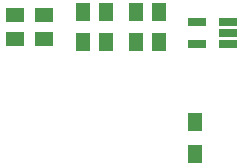
<source format=gbr>
G04 #@! TF.GenerationSoftware,KiCad,Pcbnew,(5.1.6-0-10_14)*
G04 #@! TF.CreationDate,2020-06-02T19:40:10-04:00*
G04 #@! TF.ProjectId,PMW3360_Adapter,504d5733-3336-4305-9f41-646170746572,rev?*
G04 #@! TF.SameCoordinates,Original*
G04 #@! TF.FileFunction,Paste,Top*
G04 #@! TF.FilePolarity,Positive*
%FSLAX46Y46*%
G04 Gerber Fmt 4.6, Leading zero omitted, Abs format (unit mm)*
G04 Created by KiCad (PCBNEW (5.1.6-0-10_14)) date 2020-06-02 19:40:10*
%MOMM*%
%LPD*%
G01*
G04 APERTURE LIST*
%ADD10R,1.560000X0.650000*%
%ADD11R,1.300000X1.500000*%
%ADD12R,1.250000X1.500000*%
%ADD13R,1.500000X1.250000*%
G04 APERTURE END LIST*
D10*
X103350000Y-38450000D03*
X103350000Y-37500000D03*
X103350000Y-36550000D03*
X100650000Y-36550000D03*
X100650000Y-38450000D03*
D11*
X100500000Y-45050000D03*
X100500000Y-47750000D03*
D12*
X95540000Y-38250000D03*
X95540000Y-35750000D03*
X97500000Y-38250000D03*
X97500000Y-35750000D03*
X93000000Y-38250000D03*
X93000000Y-35750000D03*
X91000000Y-38250000D03*
X91000000Y-35750000D03*
D13*
X87750000Y-38000000D03*
X85250000Y-38000000D03*
X87750000Y-36000000D03*
X85250000Y-36000000D03*
M02*

</source>
